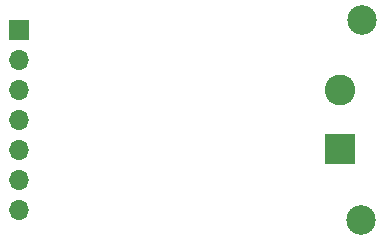
<source format=gbr>
%TF.GenerationSoftware,KiCad,Pcbnew,7.0.2*%
%TF.CreationDate,2023-10-27T14:16:18+02:00*%
%TF.ProjectId,stcs05,73746373-3035-42e6-9b69-6361645f7063,rev?*%
%TF.SameCoordinates,Original*%
%TF.FileFunction,Soldermask,Bot*%
%TF.FilePolarity,Negative*%
%FSLAX46Y46*%
G04 Gerber Fmt 4.6, Leading zero omitted, Abs format (unit mm)*
G04 Created by KiCad (PCBNEW 7.0.2) date 2023-10-27 14:16:18*
%MOMM*%
%LPD*%
G01*
G04 APERTURE LIST*
%ADD10C,2.500000*%
%ADD11R,2.600000X2.600000*%
%ADD12C,2.600000*%
%ADD13R,1.700000X1.700000*%
%ADD14O,1.700000X1.700000*%
G04 APERTURE END LIST*
D10*
%TO.C,H2*%
X147300000Y-87500000D03*
%TD*%
D11*
%TO.C,J2*%
X145542000Y-81534000D03*
D12*
X145542000Y-76534000D03*
%TD*%
D10*
%TO.C,*%
X147400000Y-70600000D03*
%TD*%
%TO.C,H1*%
X147400000Y-70600000D03*
%TD*%
D13*
%TO.C,J1*%
X118400000Y-71460000D03*
D14*
X118400000Y-74000000D03*
X118400000Y-76540000D03*
X118400000Y-79080000D03*
X118400000Y-81620000D03*
X118400000Y-84160000D03*
X118400000Y-86700000D03*
%TD*%
M02*

</source>
